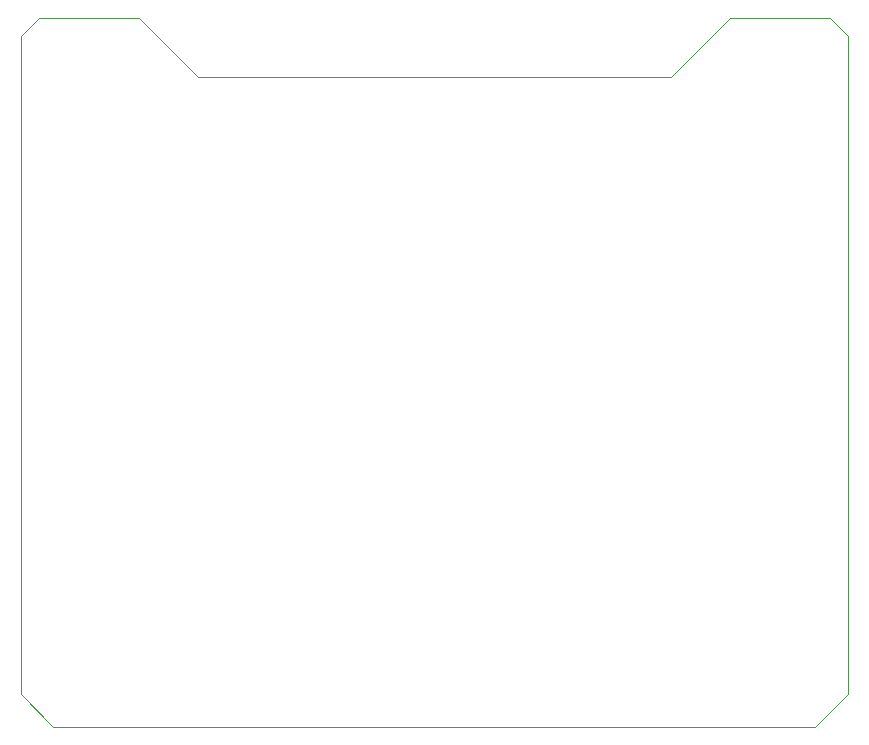
<source format=gm1>
G04 #@! TF.GenerationSoftware,KiCad,Pcbnew,5.1.4+dfsg1-2*
G04 #@! TF.CreationDate,2019-11-28T13:24:12+01:00*
G04 #@! TF.ProjectId,gordon,676f7264-6f6e-42e6-9b69-6361645f7063,rev?*
G04 #@! TF.SameCoordinates,Original*
G04 #@! TF.FileFunction,Profile,NP*
%FSLAX46Y46*%
G04 Gerber Fmt 4.6, Leading zero omitted, Abs format (unit mm)*
G04 Created by KiCad (PCBNEW 5.1.4+dfsg1-2) date 2019-11-28 13:24:12*
%MOMM*%
%LPD*%
G04 APERTURE LIST*
%ADD10C,0.050000*%
G04 APERTURE END LIST*
D10*
X82250000Y-61500000D02*
X83750000Y-60000000D01*
X150750000Y-60000000D02*
X152250000Y-61500000D01*
X82250000Y-117250000D02*
X82250000Y-61500000D01*
X85000000Y-120000000D02*
X82250000Y-117250000D01*
X149500000Y-120000000D02*
X85000000Y-120000000D01*
X152250000Y-117250000D02*
X149500000Y-120000000D01*
X152250000Y-61500000D02*
X152250000Y-117250000D01*
X142250000Y-60000000D02*
X150750000Y-60000000D01*
X137250000Y-65000000D02*
X142250000Y-60000000D01*
X97250000Y-65000000D02*
X137250000Y-65000000D01*
X92250000Y-60000000D02*
X97250000Y-65000000D01*
X83750000Y-60000000D02*
X92250000Y-60000000D01*
M02*

</source>
